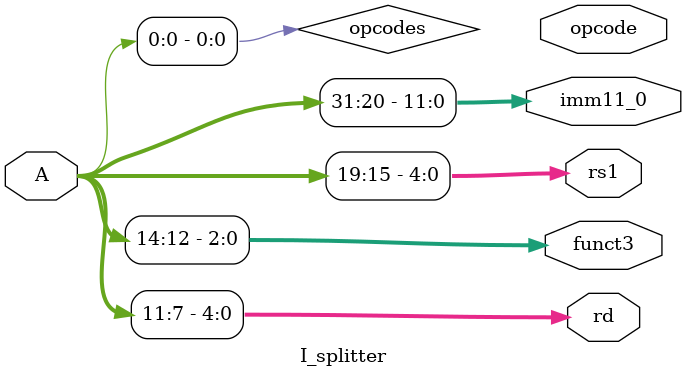
<source format=v>
module I_splitter (
    input [31:0] A,
    output [6:0] opcode,
    output [4:0] rd,
    output [2:0] funct3,
    output [4:0] rs1,
    output [11:0] imm11_0
);

assign opcodes = A[6:0];
assign rd = A[11:7];
assign funct3 = A[14:12];
assign rs1 = A[19:15];
assign imm11_0 = A[31:20];


endmodule
</source>
